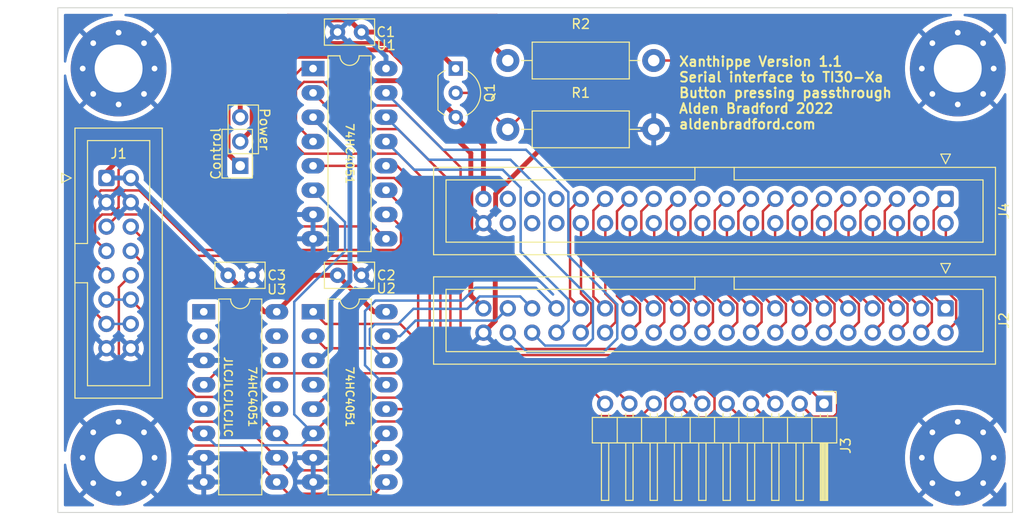
<source format=kicad_pcb>
(kicad_pcb (version 20211014) (generator pcbnew)
  (layers (0 "F.Cu" signal "Front") (31 "B.Cu" signal "Back") (34 "B.Paste" user) (35 "F.Paste" user) (36 "B.SilkS" user "B.Silkscreen") (37 "F.SilkS" user "F.Silkscreen") (38 "B.Mask" user) (39 "F.Mask" user) (44 "Edge.Cuts" user))
  (net 0 "")
  (net 1 "+3V3")
  (net 2 "GND")
  (net 3 "Net-(J1-Pad5)")
  (net 4 "Net-(J1-Pad6)")
  (net 5 "Net-(J1-Pad7)")
  (net 6 "Net-(J1-Pad8)")
  (net 7 "Net-(J1-Pad9)")
  (net 8 "Net-(J1-Pad10)")
  (net 9 "Net-(J1-Pad11)")
  (net 10 "Net-(J1-Pad13)")
  (net 11 "Net-(J2-Pad1)")
  (net 12 "Net-(J2-Pad2)")
  (net 13 "Net-(J2-Pad3)")
  (net 14 "Net-(J2-Pad4)")
  (net 15 "Net-(J2-Pad5)")
  (net 16 "Net-(J2-Pad6)")
  (net 17 "Net-(J2-Pad7)")
  (net 18 "Net-(J2-Pad8)")
  (net 19 "Net-(J2-Pad9)")
  (net 20 "Net-(J2-Pad10)")
  (net 21 "Net-(J2-Pad11)")
  (net 22 "Net-(J2-Pad12)")
  (net 23 "Net-(J2-Pad13)")
  (net 24 "Net-(J2-Pad14)")
  (net 25 "Net-(J2-Pad15)")
  (net 26 "Net-(J2-Pad16)")
  (net 27 "Net-(J2-Pad17)")
  (net 28 "Net-(J2-Pad18)")
  (net 29 "Net-(J2-Pad19)")
  (net 30 "Net-(J2-Pad20)")
  (net 31 "Net-(J2-Pad21)")
  (net 32 "Net-(J2-Pad22)")
  (net 33 "Net-(J2-Pad23)")
  (net 34 "Net-(J2-Pad24)")
  (net 35 "Net-(J2-Pad25)")
  (net 36 "Net-(J2-Pad26)")
  (net 37 "Net-(J2-Pad27)")
  (net 38 "Net-(J2-Pad28)")
  (net 39 "Net-(J2-Pad29)")
  (net 40 "Net-(J2-Pad30)")
  (net 41 "Net-(J2-Pad31)")
  (net 42 "Net-(J2-Pad32)")
  (net 43 "Net-(J2-Pad33)")
  (net 44 "Net-(J2-Pad34)")
  (net 45 "Net-(J2-Pad35)")
  (net 46 "Net-(J2-Pad36)")
  (net 47 "Net-(J2-Pad37)")
  (net 48 "Net-(J2-Pad38)")
  (net 49 "Net-(J2-Pad39)")
  (net 50 "Net-(J3-Pad1)")
  (net 51 "Net-(J3-Pad2)")
  (net 52 "Net-(J3-Pad3)")
  (net 53 "Net-(J3-Pad4)")
  (net 54 "Net-(J3-Pad5)")
  (net 55 "Net-(J3-Pad6)")
  (net 56 "Net-(J3-Pad7)")
  (net 57 "Net-(J3-Pad8)")
  (net 58 "Net-(J3-Pad9)")
  (net 59 "Net-(J3-Pad10)")
  (net 66 "+1V5")
  (net 67 "Net-(U1-Pad3)")
  (net 76 "Net-(Q1-Pad1)")
  (footprint "Package_DIP:DIP-16_W7.62mm_LongPads" (layer "F.Cu") (at 27.94 44.45)
    (fp_text reference "U3")
    (fp_text value "74HC4051")
  )
  (footprint "Package_DIP:DIP-16_W7.62mm_LongPads" (layer "F.Cu") (at 39.355 19.05)
    (fp_text reference "U1")
    (fp_text value "74HC4051")
  )
  (footprint "MountingHole:MountingHole_5mm_Pad_Via" (layer "F.Cu") (at 106.68 59.69)
    (fp_text reference "H2" hide)
    (fp_text value "MountingHole_Pad")
  )
  (footprint "Connector_IDC:IDC-Header_2x08_P2.54mm_Vertical" (layer "F.Cu") (at 17.78 30.48)
    (fp_text reference "J1")
    (fp_text value "Conn_02x08_button_passthrough")
  )
  (footprint "Resistor_THT:R_Axial_DIN0411_L9.9mm_D3.6mm_P15.24mm_Horizontal" (layer "F.Cu") (at 59.69 18.2118)
    (fp_text reference "R2")
    (fp_text value "100K")
  )
  (footprint "Capacitor_THT:C_Disc_D5.0mm_W2.5mm_P2.50mm" (layer "F.Cu") (at 41.91 40.64)
    (fp_text reference "C2")
    (fp_text value "0.1uF")
  )
  (footprint "Package_TO_SOT_THT:TO-92_Inline_Wide" (layer "F.Cu") (at 54.25 19.05 -90)
    (fp_text reference "Q1")
    (fp_text value "2N7000")
  )
  (footprint "Library:Switch_Jumper" (layer "F.Cu") (at 31.75 29.21 180)
    (fp_text reference "SW1" hide)
    (fp_text value "SW_SPDT_MSM")
  )
  (footprint "Capacitor_THT:C_Disc_D5.0mm_W2.5mm_P2.50mm" (layer "F.Cu") (at 30.48 40.64)
    (fp_text reference "C3")
    (fp_text value "0.1uF")
  )
  (footprint "Resistor_THT:R_Axial_DIN0411_L9.9mm_D3.6mm_P15.24mm_Horizontal" (layer "F.Cu") (at 59.69 25.4)
    (fp_text reference "R1")
    (fp_text value "100K")
  )
  (footprint "Connector_IDC:IDC-Header_2x20_P2.54mm_Vertical" (layer "F.Cu") (at 105.41 32.66 -90)
    (fp_text reference "J4")
    (fp_text value "Conn_02x20_TI30XA_passthrough")
  )
  (footprint "Package_DIP:DIP-16_W7.62mm_LongPads" (layer "F.Cu") (at 39.37 44.45)
    (fp_text reference "U2")
    (fp_text value "74HC4051")
  )
  (footprint "Capacitor_THT:C_Disc_D5.0mm_W2.5mm_P2.50mm" (layer "F.Cu") (at 44.41 15.24 180)
    (fp_text reference "C1")
    (fp_text value "0.1uF")
  )
  (footprint "MountingHole:MountingHole_5mm_Pad_Via" (layer "F.Cu") (at 106.68 19.05)
    (fp_text reference "H1" hide)
    (fp_text value "MountingHole_Pad")
  )
  (footprint "Connector_PinHeader_2.54mm:PinHeader_1x10_P2.54mm_Horizontal" (layer "F.Cu") (at 92.71 54.045 -90)
    (fp_text reference "J3")
    (fp_text value "Conn_01x10_TI30XA")
  )
  (footprint "Connector_IDC:IDC-Header_2x20_P2.54mm_Vertical" (layer "F.Cu") (at 105.41 44.09 -90)
    (fp_text reference "J2")
    (fp_text value "Conn_02x20_TI30XA")
  )
  (footprint "MountingHole:MountingHole_5mm_Pad_Via" (layer "F.Cu") (at 19.05 19.05)
    (fp_text reference "H3" hide)
    (fp_text value "MountingHole_Pad")
  )
  (footprint "MountingHole:MountingHole_5mm_Pad_Via" (layer "F.Cu") (at 19.05 59.69)
    (fp_text reference "H4" hide)
    (fp_text value "MountingHole_Pad")
  )
  (gr_rect (start 12.7 12.7) (end 112.395 65.405) (layer "Edge.Cuts") (width 0.1) (fill none))
  (gr_text "74HC4051" (at 43.18 53.34 -90) (layer "F.SilkS") (effects (font (size 0.8128 0.8128) (thickness 0.1524))))
  (gr_text "Xanthippe Version 1.1\nSerial interface to TI30-Xa\nButton pressing passthrough\nAlden Bradford 2022\naldenbradford.com" (at 77.47 21.59) (layer "F.SilkS") (effects (font (size 1.016 1.016) (thickness 0.2032)) (justify left)))
  (gr_text "74HC4051" (at 33.02 53.34 -90) (layer "F.SilkS") (effects (font (size 0.8128 0.8128) (thickness 0.1524))))
  (gr_text "JLCJLCJLCJLC" (at 30.48 53.34 270) (layer "F.SilkS") (effects (font (size 0.8128 0.8128) (thickness 0.1524))))
  (gr_text "74HC4051" (at 43.18 27.94 270) (layer "F.SilkS") (effects (font (size 0.8128 0.8128) (thickness 0.1524))))
  (segment (start 39.37 40.64) (end 35.56 44.45) (width 0.508) (layer "F.Cu") (net 1))
  (segment (start 35.56 44.45) (end 34.29 44.45) (width 0.508) (layer "F.Cu") (net 1))
  (segment (start 56.7182 15.24) (end 44.41 15.24) (width 0.508) (layer "F.Cu") (net 1))
  (segment (start 34.29 44.45) (end 30.48 40.64) (width 0.508) (layer "F.Cu") (net 1))
  (segment (start 17.78 29.845) (end 19.444199 28.180801) (width 0.508) (layer "F.Cu") (net 1))
  (segment (start 36.912714 13.97) (end 43.14 13.97) (width 0.508) (layer "F.Cu") (net 1))
  (segment (start 46.99 44.45) (end 45.72 44.45) (width 0.508) (layer "F.Cu") (net 1))
  (segment (start 43.14 13.97) (end 44.41 15.24) (width 0.508) (layer "F.Cu") (net 1))
  (segment (start 41.91 40.64) (end 39.37 40.64) (width 0.508) (layer "F.Cu") (net 1))
  (segment (start 59.69 18.2118) (end 56.7182 15.24) (width 0.508) (layer "F.Cu") (net 1))
  (segment (start 17.78 30.48) (end 17.78 29.845) (width 0.508) (layer "F.Cu") (net 1))
  (segment (start 19.444199 28.180801) (end 22.701914 28.180801) (width 0.508) (layer "F.Cu") (net 1))
  (segment (start 22.701914 28.180801) (end 36.912714 13.97) (width 0.508) (layer "F.Cu") (net 1))
  (segment (start 45.72 44.45) (end 41.91 40.64) (width 0.508) (layer "F.Cu") (net 1))
  (segment (start 30.48 40.64) (end 20.32 30.48) (width 0.508) (layer "B.Cu") (net 1))
  (segment (start 20.32 30.48) (end 17.78 30.48) (width 0.508) (layer "B.Cu") (net 1))
  (segment (start 46.975 19.05) (end 46.975 17.805) (width 0.508) (layer "B.Cu") (net 1))
  (segment (start 46.975 17.805) (end 44.41 15.24) (width 0.508) (layer "B.Cu") (net 1))
  (segment (start 44.41 40.64) (end 43.0638 39.2938) (width 0.508) (layer "F.Cu") (net 2))
  (segment (start 58.42 32.131) (end 65.151 25.4) (width 0.508) (layer "F.Cu") (net 2))
  (segment (start 57.15 35.2) (end 58.381 36.431) (width 0.508) (layer "F.Cu") (net 2))
  (segment (start 34.3262 39.2938) (end 32.98 40.64) (width 0.508) (layer "F.Cu") (net 2))
  (segment (start 58.381 36.431) (end 58.381 45.399) (width 0.508) (layer "F.Cu") (net 2))
  (segment (start 65.151 25.4) (end 74.93 25.4) (width 0.508) (layer "F.Cu") (net 2))
  (segment (start 43.0638 39.2938) (end 34.3262 39.2938) (width 0.508) (layer "F.Cu") (net 2))
  (segment (start 58.381 45.399) (end 57.15 46.63) (width 0.508) (layer "F.Cu") (net 2))
  (segment (start 57.15 35.2) (end 58.42 33.93) (width 0.508) (layer "F.Cu") (net 2))
  (segment (start 58.42 33.93) (end 58.42 32.131) (width 0.508) (layer "F.Cu") (net 2))
  (segment (start 26.1366 38.608) (end 21.8186 34.29) (width 0.254) (layer "F.Cu") (net 3))
  (segment (start 48.387 38.608) (end 26.1366 38.608) (width 0.254) (layer "F.Cu") (net 3))
  (segment (start 19.05 34.29) (end 17.78 35.56) (width 0.254) (layer "F.Cu") (net 3))
  (segment (start 46.975 31.75) (end 49.403 34.178) (width 0.254) (layer "F.Cu") (net 3))
  (segment (start 21.8186 34.29) (end 19.05 34.29) (width 0.254) (layer "F.Cu") (net 3))
  (segment (start 49.403 34.178) (end 49.403 37.592) (width 0.254) (layer "F.Cu") (net 3))
  (segment (start 49.403 37.592) (end 48.387 38.608) (width 0.254) (layer "F.Cu") (net 3))
  (segment (start 46.99 57.15) (end 45.7454 58.3946) (width 0.254) (layer "F.Cu") (net 4))
  (segment (start 45.7454 58.3946) (end 36.8046 58.3946) (width 0.254) (layer "F.Cu") (net 4))
  (segment (start 31.75 53.34) (end 27.107216 53.34) (width 0.254) (layer "F.Cu") (net 4))
  (segment (start 23.7744 39.0144) (end 20.32 35.56) (width 0.254) (layer "F.Cu") (net 4))
  (segment (start 36.8046 58.3946) (end 35.56 57.15) (width 0.254) (layer "F.Cu") (net 4))
  (segment (start 23.7744 50.007184) (end 23.7744 39.0144) (width 0.254) (layer "F.Cu") (net 4))
  (segment (start 35.56 57.15) (end 31.75 53.34) (width 0.254) (layer "F.Cu") (net 4))
  (segment (start 27.107216 53.34) (end 23.7744 50.007184) (width 0.254) (layer "F.Cu") (net 4))
  (segment (start 27.4574 37.9984) (end 21.2344 31.7754) (width 0.254) (layer "F.Cu") (net 5))
  (segment (start 16.5862 35.0266) (end 16.5862 36.9062) (width 0.254) (layer "F.Cu") (net 5))
  (segment (start 16.5862 36.9062) (end 17.78 38.1) (width 0.254) (layer "F.Cu") (net 5))
  (segment (start 47.9806 37.9984) (end 27.4574 37.9984) (width 0.254) (layer "F.Cu") (net 5))
  (segment (start 19.685 31.7754) (end 19.05 32.4104) (width 0.254) (layer "F.Cu") (net 5))
  (segment (start 48.5394 35.56) (end 48.5394 37.4396) (width 0.254) (layer "F.Cu") (net 5))
  (segment (start 17.3228 34.29) (end 16.5862 35.0266) (width 0.254) (layer "F.Cu") (net 5))
  (segment (start 47.2694 34.29) (end 48.5394 35.56) (width 0.254) (layer "F.Cu") (net 5))
  (segment (start 19.05 33.528) (end 18.288 34.29) (width 0.254) (layer "F.Cu") (net 5))
  (segment (start 48.5394 37.4396) (end 47.9806 37.9984) (width 0.254) (layer "F.Cu") (net 5))
  (segment (start 19.05 32.4104) (end 19.05 33.528) (width 0.254) (layer "F.Cu") (net 5))
  (segment (start 18.288 34.29) (end 17.3228 34.29) (width 0.254) (layer "F.Cu") (net 5))
  (segment (start 21.2344 31.7754) (end 19.685 31.7754) (width 0.254) (layer "F.Cu") (net 5))
  (segment (start 26.8478 55.9308) (end 22.8854 51.9684) (width 0.254) (layer "F.Cu") (net 6))
  (segment (start 45.6692 61.0108) (end 36.8808 61.0108) (width 0.254) (layer "F.Cu") (net 6))
  (segment (start 36.8808 61.0108) (end 35.56 59.69) (width 0.254) (layer "F.Cu") (net 6))
  (segment (start 22.8854 51.9684) (end 22.8854 40.6654) (width 0.254) (layer "F.Cu") (net 6))
  (segment (start 46.99 59.69) (end 45.6692 61.0108) (width 0.254) (layer "F.Cu") (net 6))
  (segment (start 31.8008 55.9308) (end 26.8478 55.9308) (width 0.254) (layer "F.Cu") (net 6))
  (segment (start 35.56 59.69) (end 31.8008 55.9308) (width 0.254) (layer "F.Cu") (net 6))
  (segment (start 22.8854 40.6654) (end 20.32 38.1) (width 0.254) (layer "F.Cu") (net 6))
  (segment (start 45.6796 35.5346) (end 27.9146 35.5346) (width 0.254) (layer "F.Cu") (net 7))
  (segment (start 18.6182 31.7754) (end 19.05 31.3436) (width 0.254) (layer "F.Cu") (net 7))
  (segment (start 19.05 31.3436) (end 19.05 29.6291) (width 0.254) (layer "F.Cu") (net 7))
  (segment (start 19.7231 28.956) (end 21.336 28.956) (width 0.254) (layer "F.Cu") (net 7))
  (segment (start 17.1958 31.7754) (end 18.6182 31.7754) (width 0.254) (layer "F.Cu") (net 7))
  (segment (start 17.78 40.64) (end 16.1544 39.0144) (width 0.254) (layer "F.Cu") (net 7))
  (segment (start 16.1544 39.0144) (end 16.1544 32.8168) (width 0.254) (layer "F.Cu") (net 7))
  (segment (start 16.1544 32.8168) (end 17.1958 31.7754) (width 0.254) (layer "F.Cu") (net 7))
  (segment (start 46.975 36.83) (end 45.6796 35.5346) (width 0.254) (layer "F.Cu") (net 7))
  (segment (start 27.9146 35.5346) (end 27.8511 35.4711) (width 0.254) (layer "F.Cu") (net 7))
  (segment (start 21.336 28.956) (end 27.8511 35.4711) (width 0.254) (layer "F.Cu") (net 7))
  (segment (start 19.05 29.6291) (end 19.7231 28.956) (width 0.254) (layer "F.Cu") (net 7))
  (segment (start 26.7462 58.42) (end 19.0754 50.7492) (width 0.254) (layer "F.Cu") (net 8))
  (segment (start 19.0754 41.8846) (end 20.32 40.64) (width 0.254) (layer "F.Cu") (net 8))
  (segment (start 46.99 62.23) (end 45.7708 63.4492) (width 0.254) (layer "F.Cu") (net 8))
  (segment (start 35.56 62.23) (end 31.75 58.42) (width 0.254) (layer "F.Cu") (net 8))
  (segment (start 31.75 58.42) (end 26.7462 58.42) (width 0.254) (layer "F.Cu") (net 8))
  (segment (start 45.7708 63.4492) (end 36.7792 63.4492) (width 0.254) (layer "F.Cu") (net 8))
  (segment (start 36.7792 63.4492) (end 35.56 62.23) (width 0.254) (layer "F.Cu") (net 8))
  (segment (start 19.0754 50.7492) (end 19.0754 41.8846) (width 0.254) (layer "F.Cu") (net 8))
  (segment (start 99.5172 57.3278) (end 108.585 48.26) (width 0.254) (layer "F.Cu") (net 9))
  (segment (start 108.585 32.385) (end 94.4118 18.2118) (width 0.254) (layer "F.Cu") (net 9))
  (segment (start 22.0472 44.9072) (end 20.32 43.18) (width 0.254) (layer "F.Cu") (net 9))
  (segment (start 39.37 57.15) (end 40.6146 55.9054) (width 0.254) (layer "F.Cu") (net 9))
  (segment (start 108.585 48.26) (end 108.585 32.385) (width 0.254) (layer "F.Cu") (net 9))
  (segment (start 66.929 55.9054) (end 68.3514 57.3278) (width 0.254) (layer "F.Cu") (net 9))
  (segment (start 27.0002 57.15) (end 22.0472 52.197) (width 0.254) (layer "F.Cu") (net 9))
  (segment (start 22.0472 52.197) (end 22.0472 44.9072) (width 0.254) (layer "F.Cu") (net 9))
  (segment (start 94.4118 18.2118) (end 74.93 18.2118) (width 0.254) (layer "F.Cu") (net 9))
  (segment (start 40.6146 55.9054) (end 66.929 55.9054) (width 0.254) (layer "F.Cu") (net 9))
  (segment (start 68.3514 57.3278) (end 99.5172 57.3278) (width 0.254) (layer "F.Cu") (net 9))
  (segment (start 38.1254 58.3946) (end 29.1846 58.3946) (width 0.254) (layer "B.Cu") (net 9))
  (segment (start 39.355 31.75) (end 42.6974 35.0924) (width 0.254) (layer "B.Cu") (net 9))
  (segment (start 37.3888 43.4086) (end 37.3888 55.1688) (width 0.254) (layer "B.Cu") (net 9))
  (segment (start 37.3888 55.1688) (end 39.37 57.15) (width 0.254) (layer "B.Cu") (net 9))
  (segment (start 39.37 57.15) (end 38.1254 58.3946) (width 0.254) (layer "B.Cu") (net 9))
  (segment (start 42.6974 35.0924) (end 42.6974 38.1) (width 0.254) (layer "B.Cu") (net 9))
  (segment (start 29.1846 58.3946) (end 27.94 57.15) (width 0.254) (layer "B.Cu") (net 9))
  (segment (start 42.6974 38.1) (end 37.3888 43.4086) (width 0.254) (layer "B.Cu") (net 9))
  (segment (start 20.32 43.18) (end 17.78 43.18) (width 0.254) (layer "B.Cu") (net 9))
  (segment (start 59.69 25.4) (end 62.23 22.86) (width 0.254) (layer "F.Cu") (net 10))
  (segment (start 18.1483 27.6733) (end 15.6718 30.1498) (width 0.254) (layer "F.Cu") (net 10))
  (segment (start 62.23 22.86) (end 62.23 17.145) (width 0.254) (layer "F.Cu") (net 10))
  (segment (start 55.88 21.59) (end 59.69 25.4) (width 0.254) (layer "F.Cu") (net 10))
  (segment (start 15.6718 43.6118) (end 17.78 45.72) (width 0.254) (layer "F.Cu") (net 10))
  (segment (start 54.25 21.59) (end 55.88 21.59) (width 0.254) (layer "F.Cu") (net 10))
  (segment (start 22.4917 27.6733) (end 18.1483 27.6733) (width 0.254) (layer "F.Cu") (net 10))
  (segment (start 62.23 17.145) (end 58.547 13.462) (width 0.254) (layer "F.Cu") (net 10))
  (segment (start 15.6718 30.1498) (end 15.6718 43.6118) (width 0.254) (layer "F.Cu") (net 10))
  (segment (start 58.547 13.462) (end 36.703 13.462) (width 0.254) (layer "F.Cu") (net 10))
  (segment (start 36.703 13.462) (end 22.4917 27.6733) (width 0.254) (layer "F.Cu") (net 10))
  (segment (start 20.32 45.72) (end 17.78 45.72) (width 0.254) (layer "B.Cu") (net 10))
  (segment (start 105.41 44.09) (end 104.1654 42.8454) (width 0.254) (layer "F.Cu") (net 11))
  (segment (start 104.1654 33.9046) (end 105.41 32.66) (width 0.254) (layer "F.Cu") (net 11))
  (segment (start 104.1654 42.8454) (end 104.1654 33.9046) (width 0.254) (layer "F.Cu") (net 11))
  (segment (start 106.514 45.526) (end 106.514 43.281236) (width 0.254) (layer "F.Cu") (net 12))
  (segment (start 105.41 46.63) (end 106.514 45.526) (width 0.254) (layer "F.Cu") (net 12))
  (segment (start 106.514 43.281236) (end 105.4354 42.202636) (width 0.254) (layer "F.Cu") (net 12))
  (segment (start 105.4354 42.202636) (end 105.4354 35.2254) (width 0.254) (layer "F.Cu") (net 12))
  (segment (start 102.87 44.09) (end 101.6 42.82) (width 0.254) (layer "F.Cu") (net 13))
  (segment (start 101.6 33.93) (end 102.87 32.66) (width 0.254) (layer "F.Cu") (net 13))
  (segment (start 101.6 42.82) (end 101.6 33.93) (width 0.254) (layer "F.Cu") (net 13))
  (segment (start 103.974 43.632708) (end 102.8954 42.554108) (width 0.254) (layer "F.Cu") (net 14))
  (segment (start 102.8954 42.554108) (end 102.8954 35.2254) (width 0.254) (layer "F.Cu") (net 14))
  (segment (start 103.974 45.526) (end 103.974 43.632708) (width 0.254) (layer "F.Cu") (net 14))
  (segment (start 102.87 46.63) (end 103.974 45.526) (width 0.254) (layer "F.Cu") (net 14))
  (segment (start 99.06 33.93) (end 100.33 32.66) (width 0.254) (layer "F.Cu") (net 15))
  (segment (start 99.06 42.82) (end 99.06 33.93) (width 0.254) (layer "F.Cu") (net 15))
  (segment (start 100.33 44.09) (end 99.06 42.82) (width 0.254) (layer "F.Cu") (net 15))
  (segment (start 101.434 45.526) (end 101.434 43.632708) (width 0.254) (layer "F.Cu") (net 16))
  (segment (start 100.33 46.63) (end 101.434 45.526) (width 0.254) (layer "F.Cu") (net 16))
  (segment (start 101.434 43.632708) (end 100.3808 42.579508) (width 0.254) (layer "F.Cu") (net 16))
  (segment (start 100.3808 42.579508) (end 100.3808 35.2508) (width 0.254) (layer "F.Cu") (net 16))
  (segment (start 97.79 44.09) (end 96.52 42.82) (width 0.254) (layer "F.Cu") (net 17))
  (segment (start 96.52 33.93) (end 97.79 32.66) (width 0.254) (layer "F.Cu") (net 17))
  (segment (start 96.52 42.82) (end 96.52 33.93) (width 0.254) (layer "F.Cu") (net 17))
  (segment (start 97.8154 42.554108) (end 97.8154 35.2254) (width 0.254) (layer "F.Cu") (net 18))
  (segment (start 97.79 46.63) (end 98.894 45.526) (width 0.254) (layer "F.Cu") (net 18))
  (segment (start 98.894 43.632708) (end 97.8154 42.554108) (width 0.254) (layer "F.Cu") (net 18))
  (segment (start 98.894 45.526) (end 98.894 43.632708) (width 0.254) (layer "F.Cu") (net 18))
  (segment (start 95.25 44.09) (end 93.9038 42.7438) (width 0.254) (layer "F.Cu") (net 19))
  (segment (start 93.9038 34.0062) (end 95.25 32.66) (width 0.254) (layer "F.Cu") (net 19))
  (segment (start 93.9038 42.7438) (end 93.9038 34.0062) (width 0.254) (layer "F.Cu") (net 19))
  (segment (start 96.354 45.526) (end 96.354 43.632708) (width 0.254) (layer "F.Cu") (net 20))
  (segment (start 95.25 46.63) (end 96.354 45.526) (width 0.254) (layer "F.Cu") (net 20))
  (segment (start 96.354 43.632708) (end 95.2754 42.554108) (width 0.254) (layer "F.Cu") (net 20))
  (segment (start 95.2754 42.554108) (end 95.2754 35.2254) (width 0.254) (layer "F.Cu") (net 20))
  (segment (start 92.71 44.09) (end 91.4654 42.8454) (width 0.254) (layer "F.Cu") (net 21))
  (segment (start 91.4654 33.9046) (end 92.71 32.66) (width 0.254) (layer "F.Cu") (net 21))
  (segment (start 91.4654 42.8454) (end 91.4654 33.9046) (width 0.254) (layer "F.Cu") (net 21))
  (segment (start 93.814 45.526) (end 93.814 43.632708) (width 0.254) (layer "F.Cu") (net 22))
  (segment (start 92.7354 42.554108) (end 92.7354 35.2254) (width 0.254) (layer "F.Cu") (net 22))
  (segment (start 93.814 43.632708) (end 92.7354 42.554108) (width 0.254) (layer "F.Cu") (net 22))
  (segment (start 92.71 46.63) (end 93.814 45.526) (width 0.254) (layer "F.Cu") (net 22))
  (segment (start 88.9254 33.9046) (end 90.17 32.66) (width 0.254) (layer "F.Cu") (net 23))
  (segment (start 90.17 44.09) (end 88.9254 42.8454) (width 0.254) (layer "F.Cu") (net 23))
  (segment (start 88.9254 42.8454) (end 88.9254 33.9046) (width 0.254) (layer "F.Cu") (net 23))
  (segment (start 90.17 46.63) (end 91.274 45.526) (width 0.254) (layer "F.Cu") (net 24))
  (segment (start 91.274 45.526) (end 91.274 43.632708) (width 0.254) (layer "F.Cu") (net 24))
  (segment (start 91.274 43.632708) (end 90.1954 42.554108) (width 0.254) (layer "F.Cu") (net 24))
  (segment (start 90.1954 42.554108) (end 90.1954 35.2254) (width 0.254) (layer "F.Cu") (net 24))
  (segment (start 87.63 44.09) (end 86.3346 42.7946) (width 0.254) (layer "F.Cu") (net 25))
  (segment (start 86.3346 42.7946) (end 86.3346 33.9554) (width 0.254) (layer "F.Cu") (net 25))
  (segment (start 86.3346 33.9554) (end 87.63 32.66) (width 0.254) (layer "F.Cu") (net 25))
  (segment (start 87.6046 42.503308) (end 87.6046 35.2254) (width 0.254) (layer "F.Cu") (net 26))
  (segment (start 88.734 43.632708) (end 87.6046 42.503308) (width 0.254) (layer "F.Cu") (net 26))
  (segment (start 88.734 45.526) (end 88.734 43.632708) (width 0.254) (layer "F.Cu") (net 26))
  (segment (start 87.63 46.63) (end 88.734 45.526) (width 0.254) (layer "F.Cu") (net 26))
  (segment (start 83.7692 42.7692) (end 83.7692 33.9808) (width 0.254) (layer "F.Cu") (net 27))
  (segment (start 85.09 44.09) (end 83.7692 42.7692) (width 0.254) (layer "F.Cu") (net 27))
  (segment (start 83.7692 33.9808) (end 85.09 32.66) (width 0.254) (layer "F.Cu") (net 27))
  (segment (start 85.09 46.63) (end 86.194 45.526) (width 0.254) (layer "F.Cu") (net 28))
  (segment (start 85.1154 42.554108) (end 85.1154 35.2254) (width 0.254) (layer "F.Cu") (net 28))
  (segment (start 86.194 45.526) (end 86.194 43.632708) (width 0.254) (layer "F.Cu") (net 28))
  (segment (start 86.194 43.632708) (end 85.1154 42.554108) (width 0.254) (layer "F.Cu") (net 28))
  (segment (start 82.55 44.09) (end 81.3054 42.8454) (width 0.254) (layer "F.Cu") (net 29))
  (segment (start 81.3054 33.9046) (end 82.55 32.66) (width 0.254) (layer "F.Cu") (net 29))
  (segment (start 81.3054 42.8454) (end 81.3054 33.9046) (width 0.254) (layer "F.Cu") (net 29))
  (segment (start 83.654 45.526) (end 83.654 43.632708) (width 0.254) (layer "F.Cu") (net 30))
  (segment (start 82.55 46.63) (end 83.654 45.526) (width 0.254) (layer "F.Cu") (net 30))
  (segment (start 83.654 43.632708) (end 82.5754 42.554108) (width 0.254) (layer "F.Cu") (net 30))
  (segment (start 82.5754 42.554108) (end 82.5754 35.2254) (width 0.254) (layer "F.Cu") (net 30))
  (segment (start 78.7654 33.9046) (end 80.01 32.66) (width 0.254) (layer "F.Cu") (net 31))
  (segment (start 78.7654 42.8454) (end 78.7654 33.9046) (width 0.254) (layer "F.Cu") (net 31))
  (segment (start 80.01 44.09) (end 78.7654 42.8454) (width 0.254) (layer "F.Cu") (net 31))
  (segment (start 80.01 46.63) (end 81.114 45.526) (width 0.254) (layer "F.Cu") (net 32))
  (segment (start 81.114 45.526) (end 81.114 43.632708) (width 0.254) (layer "F.Cu") (net 32))
  (segment (start 81.114 43.632708) (end 80.0608 42.579508) (width 0.254) (layer "F.Cu") (net 32))
  (segment (start 80.0608 42.579508) (end 80.0608 35.2508) (width 0.254) (layer "F.Cu") (net 32))
  (segment (start 77.47 44.09) (end 76.2762 42.8962) (width 0.254) (layer "F.Cu") (net 33))
  (segment (start 76.2762 33.8538) (end 77.47 32.66) (width 0.254) (layer "F.Cu") (net 33))
  (segment (start 76.2762 42.8962) (end 76.2762 33.8538) (width 0.254) (layer "F.Cu") (net 33))
  (segment (start 77.4954 42.554108) (end 77.4954 35.2254) (width 0.254) (layer "F.Cu") (net 34))
  (segment (start 78.574 43.632708) (end 77.4954 42.554108) (width 0.254) (layer "F.Cu") (net 34))
  (segment (start 77.47 46.63) (end 78.574 45.526) (width 0.254) (layer "F.Cu") (net 34))
  (segment (start 78.574 45.526) (end 78.574 43.632708) (width 0.254) (layer "F.Cu") (net 34))
  (segment (start 73.6346 33.9554) (end 74.93 32.66) (width 0.254) (layer "F.Cu") (net 35))
  (segment (start 73.6346 42.7946) (end 73.6346 33.9554) (width 0.254) (layer "F.Cu") (net 35))
  (segment (start 74.93 44.09) (end 73.6346 42.7946) (width 0.254) (layer "F.Cu") (net 35))
  (segment (start 76.034 45.526) (end 76.034 43.632708) (width 0.254) (layer "F.Cu") (net 36))
  (segment (start 74.9808 42.579508) (end 74.9808 35.2508) (width 0.254) (layer "F.Cu") (net 36))
  (segment (start 74.93 46.63) (end 76.034 45.526) (width 0.254) (layer "F.Cu") (net 36))
  (segment (start 76.034 43.632708) (end 74.9808 42.579508) (width 0.254) (layer "F.Cu") (net 36))
  (segment (start 71.0946 33.9554) (end 72.39 32.66) (width 0.254) (layer "F.Cu") (net 37))
  (segment (start 72.39 44.09) (end 71.0946 42.7946) (width 0.254) (layer "F.Cu") (net 37))
  (segment (start 71.0946 42.7946) (end 71.0946 33.9554) (width 0.254) (layer "F.Cu") (net 37))
  (segment (start 73.494 43.632708) (end 72.4408 42.579508) (width 0.254) (layer "F.Cu") (net 38))
  (segment (start 72.4408 42.579508) (end 72.4408 35.2508) (width 0.254) (layer "F.Cu") (net 38))
  (segment (start 73.494 45.526) (end 73.494 43.632708) (width 0.254) (layer "F.Cu") (net 38))
  (segment (start 72.39 46.63) (end 73.494 45.526) (width 0.254) (layer "F.Cu") (net 38))
  (segment (start 68.6308 42.8708) (end 68.6308 33.8792) (width 0.254) (layer "F.Cu") (net 39))
  (segment (start 68.6308 33.8792) (end 69.85 32.66) (width 0.254) (layer "F.Cu") (net 39))
  (segment (start 69.85 44.09) (end 68.6308 42.8708) (width 0.254) (layer "F.Cu") (net 39))
  (segment (start 69.8754 42.554108) (end 69.8754 35.2254) (width 0.254) (layer "F.Cu") (net 40))
  (segment (start 69.85 46.63) (end 70.954 45.526) (width 0.254) (layer "F.Cu") (net 40))
  (segment (start 70.954 43.632708) (end 69.8754 42.554108) (width 0.254) (layer "F.Cu") (net 40))
  (segment (start 70.954 45.526) (end 70.954 43.632708) (width 0.254) (layer "F.Cu") (net 40))
  (segment (start 66.1924 33.7776) (end 67.31 32.66) (width 0.254) (layer "F.Cu") (net 41))
  (segment (start 66.1924 42.9724) (end 66.1924 33.7776) (width 0.254) (layer "F.Cu") (net 41))
  (segment (start 67.31 44.09) (end 66.1924 42.9724) (width 0.254) (layer "F.Cu") (net 41))
  (segment (start 67.3354 42.554108) (end 67.3354 35.2254) (width 0.254) (layer "F.Cu") (net 42))
  (segment (start 67.31 46.63) (end 68.414 45.526) (width 0.254) (layer "F.Cu") (net 42))
  (segment (start 68.414 45.526) (end 68.414 43.632708) (width 0.254) (layer "F.Cu") (net 42))
  (segment (start 68.414 43.632708) (end 67.3354 42.554108) (width 0.254) (layer "F.Cu") (net 42))
  (segment (start 54.9656 43.2816) (end 45.8724 43.2816) (width 0.254) (layer "B.Cu") (net 43))
  (segment (start 56.3118 41.9354) (end 54.9656 43.2816) (width 0.254) (layer "B.Cu") (net 43))
  (segment (start 44.7802 50.038) (end 46.8122 52.07) (width 0.254) (layer "B.Cu") (net 43))
  (segment (start 64.77 44.09) (end 62.6154 41.9354) (width 0.254) (layer "B.Cu") (net 43))
  (segment (start 62.6154 41.9354) (end 56.3118 41.9354) (width 0.254) (layer "B.Cu") (net 43))
  (segment (start 45.8724 43.2816) (end 44.7802 44.3738) (width 0.254) (layer "B.Cu") (net 43))
  (segment (start 44.7802 44.3738) (end 44.7802 50.038) (width 0.254) (layer "B.Cu") (net 43))
  (segment (start 66.04 45.36) (end 66.04 43.18) (width 0.254) (layer "B.Cu") (net 44))
  (segment (start 59.1566 29.6164) (end 49.9214 29.6164) (width 0.254) (layer "B.Cu") (net 44))
  (segment (start 66.04 43.18) (end 61.0362 38.1762) (width 0.254) (layer "B.Cu") (net 44))
  (segment (start 61.0362 38.1762) (end 61.0362 31.496) (width 0.254) (layer "B.Cu") (net 44))
  (segment (start 61.0362 31.496) (end 59.1566 29.6164) (width 0.254) (layer "B.Cu") (net 44))
  (segment (start 49.9214 29.6164) (end 46.975 26.67) (width 0.254) (layer "B.Cu") (net 44))
  (segment (start 64.77 46.63) (end 66.04 45.36) (width 0.254) (layer "B.Cu") (net 44))
  (segment (start 60.9898 42.8498) (end 56.7436 42.8498) (width 0.254) (layer "B.Cu") (net 45))
  (segment (start 45.2882 47.879) (end 46.9392 49.53) (width 0.254) (layer "B.Cu") (net 45))
  (segment (start 49.8348 44.1452) (end 48.2346 45.7454) (width 0.254) (layer "B.Cu") (net 45))
  (segment (start 55.4482 44.1452) (end 49.8348 44.1452) (width 0.254) (layer "B.Cu") (net 45))
  (segment (start 62.23 44.09) (end 60.9898 42.8498) (width 0.254) (layer "B.Cu") (net 45))
  (segment (start 48.2346 45.7454) (end 45.7962 45.7454) (width 0.254) (layer "B.Cu") (net 45))
  (segment (start 45.2882 46.2534) (end 45.2882 47.879) (width 0.254) (layer "B.Cu") (net 45))
  (segment (start 56.7436 42.8498) (end 55.4482 44.1452) (width 0.254) (layer "B.Cu") (net 45))
  (segment (start 45.7962 45.7454) (end 45.2882 46.2534) (width 0.254) (layer "B.Cu") (net 45))
  (segment (start 67.8688 47.9806) (end 68.58 47.2694) (width 0.254) (layer "B.Cu") (net 46))
  (segment (start 68.58 47.2694) (end 68.58 43.3366) (width 0.254) (layer "B.Cu") (net 46))
  (segment (start 63.5806 47.9806) (end 67.8688 47.9806) (width 0.254) (layer "B.Cu") (net 46))
  (segment (start 51.420499 28.575499) (end 46.975 24.13) (width 0.254) (layer "B.Cu") (net 46))
  (segment (start 59.969899 28.575499) (end 51.420499 28.575499) (width 0.254) (layer "B.Cu") (net 46))
  (segment (start 63.5 32.1056) (end 59.969899 28.575499) (width 0.254) (layer "B.Cu") (net 46))
  (segment (start 68.58 43.3366) (end 63.5 38.2566) (width 0.254) (layer "B.Cu") (net 46))
  (segment (start 62.23 46.63) (end 63.5806 47.9806) (width 0.254) (layer "B.Cu") (net 46))
  (segment (start 63.5 38.2566) (end 63.5 32.1056) (width 0.254) (layer "B.Cu") (net 46))
  (segment (start 48.4378 46.99) (end 46.99 46.99) (width 0.254) (layer "B.Cu") (net 47))
  (segment (start 59.69 44.09) (end 58.4156 45.3644) (width 0.254) (layer "B.Cu") (net 47))
  (segment (start 58.4156 45.3644) (end 50.0634 45.3644) (width 0.254) (layer "B.Cu") (net 47))
  (segment (start 50.0634 45.3644) (end 48.4378 46.99) (width 0.254) (layer "B.Cu") (net 47))
  (segment (start 71.12 43.688) (end 66.0146 38.5826) (width 0.254) (layer "B.Cu") (net 48))
  (segment (start 66.0146 38.5826) (end 66.0146 31.9532) (width 0.254) (layer "B.Cu") (net 48))
  (segment (start 59.69 46.63) (end 61.701 48.641) (width 0.254) (layer "B.Cu") (net 48))
  (segment (start 52.9186 27.5336) (end 46.975 21.59) (width 0.254) (layer "B.Cu") (net 48))
  (segment (start 71.12 47.244) (end 71.12 43.688) (width 0.254) (layer "B.Cu") (net 48))
  (segment (start 61.701 48.641) (end 69.723 48.641) (width 0.254) (layer "B.Cu") (net 48))
  (segment (start 69.723 48.641) (end 71.12 47.244) (width 0.254) (layer "B.Cu") (net 48))
  (segment (start 61.595 27.5336) (end 52.9186 27.5336) (width 0.254) (layer "B.Cu") (net 48))
  (segment (start 66.0146 31.9532) (end 61.595 27.5336) (width 0.254) (layer "B.Cu") (net 48))
  (segment (start 37.465 17.78) (end 41.992133 17.78) (width 0.508) (layer "F.Cu") (net 49))
  (segment (start 32.9946 22.2504) (end 37.465 17.78) (width 0.508) (layer "F.Cu") (net 49))
  (segment (start 44.532133 20.32) (end 48.26 20.32) (width 0.508) (layer "F.Cu") (net 49))
  (segment (start 55.8292 42.7692) (end 57.15 44.09) (width 0.508) (layer "F.Cu") (net 49))
  (segment (start 32.9946 25.4254) (end 32.9946 22.2504) (width 0.508) (layer "F.Cu") (net 49))
  (segment (start 55.8292 27.8892) (end 55.8292 42.7692) (width 0.508) (layer "F.Cu") (net 49))
  (segment (start 48.26 20.32) (end 55.8292 27.8892) (width 0.508) (layer "F.Cu") (net 49))
  (segment (start 31.75 26.67) (end 32.9946 25.4254) (width 0.508) (layer "F.Cu") (net 49))
  (segment (start 41.992133 17.78) (end 44.532133 20.32) (width 0.508) (layer "F.Cu") (net 49))
  (segment (start 88.773 50.0888) (end 92.71 54.0258) (width 0.254) (layer "F.Cu") (net 50))
  (segment (start 46.975 29.21) (end 48.133 29.21) (width 0.254) (layer "F.Cu") (net 50))
  (segment (start 51.5366 32.6136) (end 51.5366 46.4312) (width 0.254) (layer "F.Cu") (net 50))
  (segment (start 51.5366 46.4312) (end 55.1942 50.0888) (width 0.254) (layer "F.Cu") (net 50))
  (segment (start 48.133 29.21) (end 51.5366 32.6136) (width 0.254) (layer "F.Cu") (net 50))
  (segment (start 55.1942 50.0888) (end 88.773 50.0888) (width 0.254) (layer "F.Cu") (net 50))
  (segment (start 36.4998 26.0604) (end 38.3794 27.94) (width 0.254) (layer "F.Cu") (net 51))
  (segment (start 38.1508 19.05) (end 36.4998 20.701) (width 0.254) (layer "F.Cu") (net 51))
  (segment (start 93.726 55.3974) (end 91.5224 55.3974) (width 0.254) (layer "F.Cu") (net 51))
  (segment (start 94.0816 55.0418) (end 93.726 55.3974) (width 0.254) (layer "F.Cu") (net 51))
  (segment (start 91.5224 55.3974) (end 90.17 54.045) (width 0.254) (layer "F.Cu") (net 51))
  (segment (start 94.0816 52.959) (end 94.0816 55.0418) (width 0.254) (layer "F.Cu") (net 51))
  (segment (start 52.6542 32.3596) (end 52.6542 46.482) (width 0.254) (layer "F.Cu") (net 51))
  (segment (start 48.2346 27.94) (end 52.6542 32.3596) (width 0.254) (layer "F.Cu") (net 51))
  (segment (start 39.355 19.05) (end 38.1508 19.05) (width 0.254) (layer "F.Cu") (net 51))
  (segment (start 36.4998 20.701) (end 36.4998 26.0604) (width 0.254) (layer "F.Cu") (net 51))
  (segment (start 52.6542 46.482) (end 55.7276 49.5554) (width 0.254) (layer "F.Cu") (net 51))
  (segment (start 55.7276 49.5554) (end 90.678 49.5554) (width 0.254) (layer "F.Cu") (net 51))
  (segment (start 90.678 49.5554) (end 94.0816 52.959) (width 0.254) (layer "F.Cu") (net 51))
  (segment (start 38.3794 27.94) (end 48.2346 27.94) (width 0.254) (layer "F.Cu") (net 51))
  (segment (start 54.532802 50.722802) (end 50.3301 46.5201) (width 0.254) (layer "F.Cu") (net 52))
  (segment (start 44.45 29.21) (end 39.355 29.21) (width 0.254) (layer "F.Cu") (net 52))
  (segment (start 47.8282 30.48) (end 45.72 30.48) (width 0.254) (layer "F.Cu") (net 52))
  (segment (start 50.3301 32.9819) (end 47.8282 30.48) (width 0.254) (layer "F.Cu") (net 52))
  (segment (start 50.3301 46.5201) (end 50.3301 32.9819) (width 0.254) (layer "F.Cu") (net 52))
  (segment (start 87.63 54.045) (end 84.307802 50.722802) (width 0.254) (layer "F.Cu") (net 52))
  (segment (start 45.72 30.48) (end 44.45 29.21) (width 0.254) (layer "F.Cu") (net 52))
  (segment (start 84.307802 50.722802) (end 54.532802 50.722802) (width 0.254) (layer "F.Cu") (net 52))
  (segment (start 94.6912 52.5526) (end 94.6912 55.2704) (width 0.254) (layer "F.Cu") (net 53))
  (segment (start 87.1282 56.0832) (end 85.09 54.045) (width 0.254) (layer "F.Cu") (net 53))
  (segment (start 53.6956 30.861) (end 53.6956 46.4566) (width 0.254) (layer "F.Cu") (net 53))
  (segment (start 94.6912 55.2704) (end 93.8784 56.0832) (width 0.254) (layer "F.Cu") (net 53))
  (segment (start 53.6956 46.4566) (end 56.2102 48.9712) (width 0.254) (layer "F.Cu") (net 53))
  (segment (start 93.8784 56.0832) (end 87.1282 56.0832) (width 0.254) (layer "F.Cu") (net 53))
  (segment (start 43.1396 25.3746) (end 48.2092 25.3746) (width 0.254) (layer "F.Cu") (net 53))
  (segment (start 48.2092 25.3746) (end 53.6956 30.861) (width 0.254) (layer "F.Cu") (net 53))
  (segment (start 91.1098 48.9712) (end 94.6912 52.5526) (width 0.254) (layer "F.Cu") (net 53))
  (segment (start 39.355 21.59) (end 43.1396 25.3746) (width 0.254) (layer "F.Cu") (net 53))
  (segment (start 56.2102 48.9712) (end 91.1098 48.9712) (width 0.254) (layer "F.Cu") (net 53))
  (segment (start 95.3262 52.2732) (end 95.3262 55.4482) (width 0.254) (layer "F.Cu") (net 54))
  (segment (start 42.9006 22.9108) (end 48.3108 22.9108) (width 0.254) (layer "F.Cu") (net 54))
  (segment (start 95.3262 55.4482) (end 94.107 56.6674) (width 0.254) (layer "F.Cu") (net 54))
  (segment (start 91.3892 48.3362) (end 95.3262 52.2732) (width 0.254) (layer "F.Cu") (net 54))
  (segment (start 40.4368 20.447) (end 42.9006 22.9108) (width 0.254) (layer "F.Cu") (net 54))
  (segment (start 39.355 26.67) (end 37.5666 24.8816) (width 0.254) (layer "F.Cu") (net 54))
  (segment (start 48.3108 22.9108) (end 54.7624 29.3624) (width 0.254) (layer "F.Cu") (net 54))
  (segment (start 37.5666 24.8816) (end 37.5666 21.2852) (width 0.254) (layer "F.Cu") (net 54))
  (segment (start 56.5912 48.3362) (end 91.3892 48.3362) (width 0.254) (layer "F.Cu") (net 54))
  (segment (start 54.7624 29.3624) (end 54.7624 46.5074) (width 0.254) (layer "F.Cu") (net 54))
  (segment (start 94.107 56.6674) (end 85.1724 56.6674) (width 0.254) (layer "F.Cu") (net 54))
  (segment (start 37.5666 21.2852) (end 38.4048 20.447) (width 0.254) (layer "F.Cu") (net 54))
  (segment (start 85.1724 56.6674) (end 82.55 54.045) (width 0.254) (layer "F.Cu") (net 54))
  (segment (start 38.4048 20.447) (end 40.4368 20.447) (width 0.254) (layer "F.Cu") (net 54))
  (segment (start 54.7624 46.5074) (end 56.5912 48.3362) (width 0.254) (layer "F.Cu") (net 54))
  (segment (start 67.0306 54.61) (end 68.4022 55.9816) (width 0.254) (layer "F.Cu") (net 55))
  (segment (start 76.8858 52.7558) (end 78.7208 52.7558) (width 0.254) (layer "F.Cu") (net 55))
  (segment (start 46.99 54.61) (end 67.0306 54.61) (width 0.254) (layer "F.Cu") (net 55))
  (segment (start 68.4022 55.9816) (end 75.0824 55.9816) (width 0.254) (layer "F.Cu") (net 55))
  (segment (start 76.1492 53.4924) (end 76.8858 52.7558) (width 0.254) (layer "F.Cu") (net 55))
  (segment (start 78.7208 52.7558) (end 80.01 54.045) (width 0.254) (layer "F.Cu") (net 55))
  (segment (start 76.1492 54.9148) (end 76.1492 53.4924) (width 0.254) (layer "F.Cu") (net 55))
  (segment (start 75.0824 55.9816) (end 76.1492 54.9148) (width 0.254) (layer "F.Cu") (net 55))
  (segment (start 80.5434 55.4736) (end 78.8986 55.4736) (width 0.254) (layer "F.Cu") (net 56))
  (segment (start 79.2226 51.3588) (end 81.28 53.4162) (width 0.254) (layer "F.Cu") (net 56))
  (segment (start 54.102 51.3588) (end 79.2226 51.3588) (width 0.254) (layer "F.Cu") (net 56))
  (segment (start 40.64 45.72) (end 48.4632 45.72) (width 0.254) (layer "F.Cu") (net 56))
  (segment (start 39.37 44.45) (end 40.64 45.72) (width 0.254) (layer "F.Cu") (net 56))
  (segment (start 81.28 53.4162) (end 81.28 54.737) (width 0.254) (layer "F.Cu") (net 56))
  (segment (start 81.28 54.737) (end 80.5434 55.4736) (width 0.254) (layer "F.Cu") (net 56))
  (segment (start 48.4632 45.72) (end 54.102 51.3588) (width 0.254) (layer "F.Cu") (net 56))
  (segment (start 78.8986 55.4736) (end 77.47 54.045) (width 0.254) (layer "F.Cu") (net 56))
  (segment (start 67.0814 53.4162) (end 69.0118 55.3466) (width 0.254) (layer "F.Cu") (net 57))
  (segment (start 40.5638 53.4162) (end 67.0814 53.4162) (width 0.254) (layer "F.Cu") (net 57))
  (segment (start 73.6284 55.3466) (end 74.93 54.045) (width 0.254) (layer "F.Cu") (net 57))
  (segment (start 39.37 54.61) (end 40.5638 53.4162) (width 0.254) (layer "F.Cu") (net 57))
  (segment (start 69.0118 55.3466) (end 73.6284 55.3466) (width 0.254) (layer "F.Cu") (net 57))
  (segment (start 53.4924 51.8922) (end 70.2372 51.8922) (width 0.254) (layer "F.Cu") (net 58))
  (segment (start 40.64 48.26) (end 49.8602 48.26) (width 0.254) (layer "F.Cu") (net 58))
  (segment (start 49.8602 48.26) (end 53.4924 51.8922) (width 0.254) (layer "F.Cu") (net 58))
  (segment (start 39.37 46.99) (end 40.64 48.26) (width 0.254) (layer "F.Cu") (net 58))
  (segment (start 70.2372 51.8922) (end 72.39 54.045) (width 0.254) (layer "F.Cu") (net 58))
  (segment (start 29.1338 50.8762) (end 51.2064 50.8762) (width 0.254) (layer "F.Cu") (net 59))
  (segment (start 27.94 52.07) (end 29.1338 50.8762) (width 0.254) (layer "F.Cu") (net 59))
  (segment (start 51.2064 50.8762) (end 52.8828 52.5526) (width 0.254) (layer "F.Cu") (net 59))
  (segment (start 52.8828 52.5526) (end 68.3576 52.5526) (width 0.254) (layer "F.Cu") (net 59))
  (segment (start 68.3576 52.5526) (end 69.85 54.045) (width 0.254) (layer "F.Cu") (net 59))
  (segment (start 36.8808 17.0942) (end 31.75 22.225) (width 0.508) (layer "F.Cu") (net 66))
  (segment (start 57.15 27.03) (end 54.25 24.13) (width 0.508) (layer "F.Cu") (net 66))
  (segment (start 31.75 22.225) (end 31.75 24.13) (width 0.508) (layer "F.Cu") (net 66))
  (segment (start 54.25 23.9732) (end 47.371 17.0942) (width 0.508) (layer "F.Cu") (net 66))
  (segment (start 47.371 17.0942) (end 36.8808 17.0942) (width 0.508) (layer "F.Cu") (net 66))
  (segment (start 57.15 32.66) (end 57.15 27.03) (width 0.508) (layer "F.Cu") (net 66))
  (segment (start 39.9542 49.53) (end 41.2242 48.26) (width 0.508) (layer "B.Cu") (net 67))
  (segment (start 41.2242 48.26) (end 41.2242 43.2054) (width 0.508) (layer "B.Cu") (net 67))
  (segment (start 43.2054 27.9804) (end 39.355 24.13) (width 0.508) (layer "B.Cu") (net 67))
  (segment (start 43.2054 41.2242) (end 43.2054 27.9804) (width 0.508) (layer "B.Cu") (net 67))
  (segment (start 41.2242 43.2054) (end 43.2054 41.2242) (width 0.508) (layer "B.Cu") (net 67))
  (segment (start 36.2712 16.4338) (end 30.48 22.225) (width 0.508) (layer "F.Cu") (net 76))
  (segment (start 51.6338 16.4338) (end 36.2712 16.4338) (width 0.508) (layer "F.Cu") (net 76))
  (segment (start 30.48 22.225) (end 30.48 27.94) (width 0.508) (layer "F.Cu") (net 76))
  (segment (start 54.25 19.05) (end 51.6338 16.4338) (width 0.508) (layer "F.Cu") (net 76))
  (segment (start 30.48 27.94) (end 31.75 29.21) (width 0.508) (layer "F.Cu") (net 76))
  (zone (net 2) (net_name "GND") (layer "B.Cu") (connect_pads (clearance 0.508)) (min_thickness 0.254) (fill yes (thermal_gap 0.508) (thermal_bridge_width 0.508))
    (polygon (pts (xy 111.76 64.77) (xy 13.335 64.77) (xy 13.335 13.335) (xy 111.76 13.335)))
  )
)
</source>
